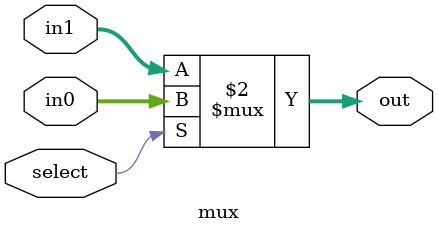
<source format=v>
`timescale 1ns / 1ps

module mux #(parameter WIDTH = 8)(
	input wire [WIDTH - 1 : 0] in0, in1,
	input wire select,
	output wire [WIDTH - 1 : 0] out
	);

	assign out = (select == 1) ? in0 : in1;

endmodule
</source>
